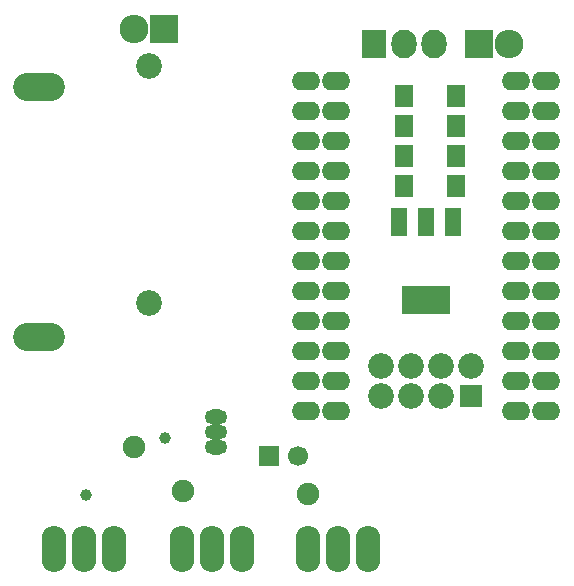
<source format=gbs>
G04 #@! TF.FileFunction,Soldermask,Bot*
%FSLAX46Y46*%
G04 Gerber Fmt 4.6, Leading zero omitted, Abs format (unit mm)*
G04 Created by KiCad (PCBNEW 4.0.2-stable) date 25-Jul-16 9:15:29 PM*
%MOMM*%
G01*
G04 APERTURE LIST*
%ADD10C,0.100000*%
%ADD11C,2.178000*%
%ADD12O,2.400000X1.600000*%
%ADD13R,1.924000X1.924000*%
%ADD14R,1.700000X1.700000*%
%ADD15C,1.700000*%
%ADD16R,1.650000X1.900000*%
%ADD17R,4.057600X2.432000*%
%ADD18R,1.416000X2.432000*%
%ADD19R,2.127200X2.432000*%
%ADD20O,2.127200X2.432000*%
%ADD21R,2.432000X2.432000*%
%ADD22O,2.432000X2.432000*%
%ADD23O,1.901140X1.299160*%
%ADD24O,2.099260X3.900120*%
%ADD25O,4.362400X2.381200*%
%ADD26C,1.900000*%
%ADD27C,1.000000*%
G04 APERTURE END LIST*
D10*
D11*
X139065000Y-77470000D03*
X139065000Y-97536000D03*
D12*
X170180302Y-78708446D03*
X154940302Y-78708446D03*
X170180302Y-81248446D03*
X154940302Y-81248446D03*
X170180302Y-83788446D03*
X154940302Y-83788446D03*
X170180302Y-86328446D03*
X154940302Y-86328446D03*
X170180302Y-88868446D03*
X154940302Y-88868446D03*
X170180302Y-91408446D03*
X154940302Y-91408446D03*
X170180302Y-93948446D03*
X154940302Y-93948446D03*
X170180302Y-96488446D03*
X154940302Y-96488446D03*
X170180302Y-99028446D03*
X154940302Y-99028446D03*
X170180302Y-101568446D03*
X154940302Y-101568446D03*
X170180302Y-104108446D03*
X154940302Y-104108446D03*
X170180302Y-106648446D03*
X154940302Y-106648446D03*
X152400000Y-78740000D03*
X152400000Y-81280000D03*
X152400000Y-83820000D03*
X152400000Y-86360000D03*
X152400000Y-88900000D03*
X152400000Y-91440000D03*
X152400000Y-93980000D03*
X152400000Y-96520000D03*
X152400000Y-99060000D03*
X152400000Y-101600000D03*
X152400000Y-104140000D03*
X152400000Y-106680000D03*
X172720000Y-106680000D03*
X172720000Y-104140000D03*
X172720000Y-101600000D03*
X172720000Y-99060000D03*
X172720000Y-96520000D03*
X172720000Y-93980000D03*
X172720000Y-91440000D03*
X172720000Y-88900000D03*
X172720000Y-86360000D03*
X172720000Y-83820000D03*
X172720000Y-81280000D03*
X172720000Y-78740000D03*
D13*
X166370000Y-105410000D03*
D11*
X163830000Y-105410000D03*
X161290000Y-105410000D03*
X158750000Y-105410000D03*
X158750000Y-102870000D03*
X161290000Y-102870000D03*
X163830000Y-102870000D03*
X166370000Y-102870000D03*
D14*
X149225000Y-110490000D03*
D15*
X151725000Y-110490000D03*
D16*
X160655000Y-85110000D03*
X160655000Y-87610000D03*
X160655000Y-80030000D03*
X160655000Y-82530000D03*
X165100000Y-85110000D03*
X165100000Y-87610000D03*
X165100000Y-80030000D03*
X165100000Y-82530000D03*
D17*
X162560000Y-97282000D03*
D18*
X162560000Y-90678000D03*
X164846000Y-90678000D03*
X160274000Y-90678000D03*
D19*
X158115000Y-75565000D03*
D20*
X160655000Y-75565000D03*
X163195000Y-75565000D03*
D21*
X167005000Y-75565000D03*
D22*
X169545000Y-75565000D03*
D23*
X144780000Y-108458000D03*
X144780000Y-109728000D03*
X144780000Y-107188000D03*
D24*
X133604000Y-118364000D03*
X131064000Y-118364000D03*
X136144000Y-118364000D03*
X144399000Y-118364000D03*
X141859000Y-118364000D03*
X146939000Y-118364000D03*
X155067000Y-118364000D03*
X152527000Y-118364000D03*
X157607000Y-118364000D03*
D21*
X140335000Y-74295000D03*
D22*
X137795000Y-74295000D03*
D25*
X129794000Y-100410000D03*
X129794000Y-79248000D03*
D26*
X141986000Y-113411000D03*
X152527000Y-113665000D03*
X137795000Y-109728000D03*
D27*
X133731000Y-113792000D03*
X140462000Y-108966000D03*
M02*

</source>
